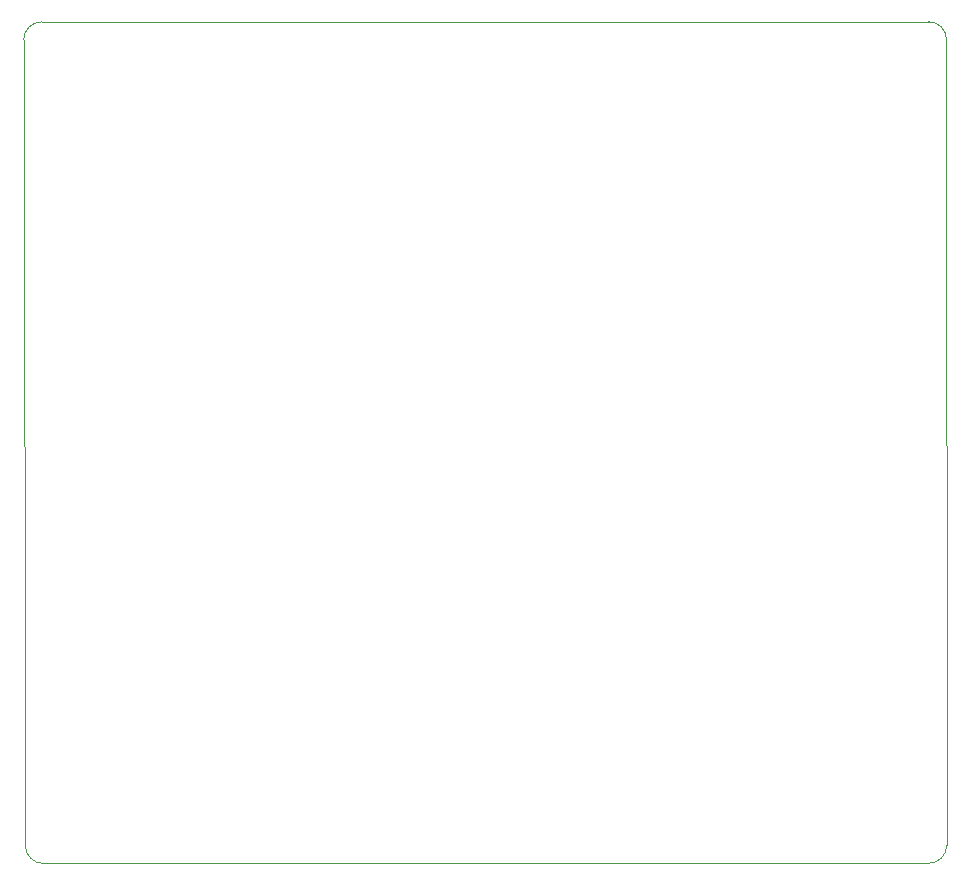
<source format=gbr>
%TF.GenerationSoftware,KiCad,Pcbnew,7.0.2-0*%
%TF.CreationDate,2024-03-04T15:55:28-05:00*%
%TF.ProjectId,Pi_HAT_V5_Simple,50695f48-4154-45f5-9635-5f53696d706c,rev?*%
%TF.SameCoordinates,Original*%
%TF.FileFunction,Profile,NP*%
%FSLAX46Y46*%
G04 Gerber Fmt 4.6, Leading zero omitted, Abs format (unit mm)*
G04 Created by KiCad (PCBNEW 7.0.2-0) date 2024-03-04 15:55:28*
%MOMM*%
%LPD*%
G01*
G04 APERTURE LIST*
%TA.AperFunction,Profile*%
%ADD10C,0.100000*%
%TD*%
G04 APERTURE END LIST*
D10*
X80511863Y-64751127D02*
X155627388Y-64737500D01*
X80511863Y-64751130D02*
G75*
G03*
X79000530Y-66262500I37J-1511370D01*
G01*
X79139870Y-134500000D02*
X79000530Y-66262500D01*
X155641728Y-135989328D02*
G75*
G03*
X157141728Y-134489340I-28J1500028D01*
G01*
X157127388Y-66237500D02*
X157141728Y-134489340D01*
X79139900Y-134500000D02*
G75*
G03*
X80639870Y-136000000I1500000J0D01*
G01*
X157127400Y-66237500D02*
G75*
G03*
X155627388Y-64737500I-1500000J0D01*
G01*
X155641728Y-135989340D02*
X80639870Y-136000000D01*
M02*

</source>
